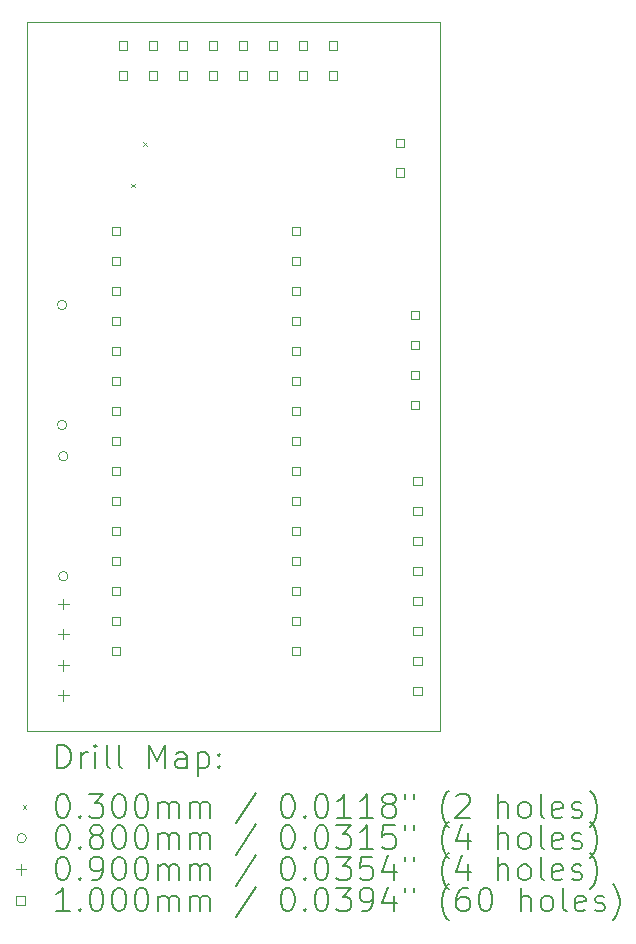
<source format=gbr>
%TF.GenerationSoftware,KiCad,Pcbnew,8.0.8*%
%TF.CreationDate,2025-01-20T03:53:38+01:00*%
%TF.ProjectId,NANO_MPU_SD_2Layers,4e414e4f-5f4d-4505-955f-53445f324c61,rev?*%
%TF.SameCoordinates,Original*%
%TF.FileFunction,Drillmap*%
%TF.FilePolarity,Positive*%
%FSLAX45Y45*%
G04 Gerber Fmt 4.5, Leading zero omitted, Abs format (unit mm)*
G04 Created by KiCad (PCBNEW 8.0.8) date 2025-01-20 03:53:38*
%MOMM*%
%LPD*%
G01*
G04 APERTURE LIST*
%ADD10C,0.050000*%
%ADD11C,0.200000*%
%ADD12C,0.100000*%
G04 APERTURE END LIST*
D10*
X5000000Y-5000000D02*
X8500000Y-5000000D01*
X8500000Y-11000000D01*
X5000000Y-11000000D01*
X5000000Y-5000000D01*
D11*
D12*
X5885000Y-6365000D02*
X5915000Y-6395000D01*
X5915000Y-6365000D02*
X5885000Y-6395000D01*
X5985000Y-6015000D02*
X6015000Y-6045000D01*
X6015000Y-6015000D02*
X5985000Y-6045000D01*
X5340000Y-7392000D02*
G75*
G02*
X5260000Y-7392000I-40000J0D01*
G01*
X5260000Y-7392000D02*
G75*
G02*
X5340000Y-7392000I40000J0D01*
G01*
X5340000Y-8408000D02*
G75*
G02*
X5260000Y-8408000I-40000J0D01*
G01*
X5260000Y-8408000D02*
G75*
G02*
X5340000Y-8408000I40000J0D01*
G01*
X5350000Y-8672000D02*
G75*
G02*
X5270000Y-8672000I-40000J0D01*
G01*
X5270000Y-8672000D02*
G75*
G02*
X5350000Y-8672000I40000J0D01*
G01*
X5350000Y-9688000D02*
G75*
G02*
X5270000Y-9688000I-40000J0D01*
G01*
X5270000Y-9688000D02*
G75*
G02*
X5350000Y-9688000I40000J0D01*
G01*
X5310000Y-9878000D02*
X5310000Y-9968000D01*
X5265000Y-9923000D02*
X5355000Y-9923000D01*
X5310000Y-10132000D02*
X5310000Y-10222000D01*
X5265000Y-10177000D02*
X5355000Y-10177000D01*
X5310000Y-10398000D02*
X5310000Y-10488000D01*
X5265000Y-10443000D02*
X5355000Y-10443000D01*
X5310000Y-10652000D02*
X5310000Y-10742000D01*
X5265000Y-10697000D02*
X5355000Y-10697000D01*
X5791356Y-6801356D02*
X5791356Y-6730644D01*
X5720644Y-6730644D01*
X5720644Y-6801356D01*
X5791356Y-6801356D01*
X5791356Y-7055356D02*
X5791356Y-6984644D01*
X5720644Y-6984644D01*
X5720644Y-7055356D01*
X5791356Y-7055356D01*
X5791356Y-7309356D02*
X5791356Y-7238644D01*
X5720644Y-7238644D01*
X5720644Y-7309356D01*
X5791356Y-7309356D01*
X5791356Y-7563356D02*
X5791356Y-7492644D01*
X5720644Y-7492644D01*
X5720644Y-7563356D01*
X5791356Y-7563356D01*
X5791356Y-7817356D02*
X5791356Y-7746644D01*
X5720644Y-7746644D01*
X5720644Y-7817356D01*
X5791356Y-7817356D01*
X5791356Y-8071356D02*
X5791356Y-8000644D01*
X5720644Y-8000644D01*
X5720644Y-8071356D01*
X5791356Y-8071356D01*
X5791356Y-8325356D02*
X5791356Y-8254644D01*
X5720644Y-8254644D01*
X5720644Y-8325356D01*
X5791356Y-8325356D01*
X5791356Y-8579356D02*
X5791356Y-8508644D01*
X5720644Y-8508644D01*
X5720644Y-8579356D01*
X5791356Y-8579356D01*
X5791356Y-8833356D02*
X5791356Y-8762644D01*
X5720644Y-8762644D01*
X5720644Y-8833356D01*
X5791356Y-8833356D01*
X5791356Y-9087356D02*
X5791356Y-9016644D01*
X5720644Y-9016644D01*
X5720644Y-9087356D01*
X5791356Y-9087356D01*
X5791356Y-9341356D02*
X5791356Y-9270644D01*
X5720644Y-9270644D01*
X5720644Y-9341356D01*
X5791356Y-9341356D01*
X5791356Y-9595356D02*
X5791356Y-9524644D01*
X5720644Y-9524644D01*
X5720644Y-9595356D01*
X5791356Y-9595356D01*
X5791356Y-9849356D02*
X5791356Y-9778644D01*
X5720644Y-9778644D01*
X5720644Y-9849356D01*
X5791356Y-9849356D01*
X5791356Y-10103356D02*
X5791356Y-10032644D01*
X5720644Y-10032644D01*
X5720644Y-10103356D01*
X5791356Y-10103356D01*
X5791356Y-10357356D02*
X5791356Y-10286644D01*
X5720644Y-10286644D01*
X5720644Y-10357356D01*
X5791356Y-10357356D01*
X5853356Y-5231356D02*
X5853356Y-5160644D01*
X5782644Y-5160644D01*
X5782644Y-5231356D01*
X5853356Y-5231356D01*
X5853356Y-5485356D02*
X5853356Y-5414644D01*
X5782644Y-5414644D01*
X5782644Y-5485356D01*
X5853356Y-5485356D01*
X6107356Y-5231356D02*
X6107356Y-5160644D01*
X6036644Y-5160644D01*
X6036644Y-5231356D01*
X6107356Y-5231356D01*
X6107356Y-5485356D02*
X6107356Y-5414644D01*
X6036644Y-5414644D01*
X6036644Y-5485356D01*
X6107356Y-5485356D01*
X6361356Y-5231356D02*
X6361356Y-5160644D01*
X6290644Y-5160644D01*
X6290644Y-5231356D01*
X6361356Y-5231356D01*
X6361356Y-5485356D02*
X6361356Y-5414644D01*
X6290644Y-5414644D01*
X6290644Y-5485356D01*
X6361356Y-5485356D01*
X6615356Y-5231356D02*
X6615356Y-5160644D01*
X6544644Y-5160644D01*
X6544644Y-5231356D01*
X6615356Y-5231356D01*
X6615356Y-5485356D02*
X6615356Y-5414644D01*
X6544644Y-5414644D01*
X6544644Y-5485356D01*
X6615356Y-5485356D01*
X6869356Y-5231356D02*
X6869356Y-5160644D01*
X6798644Y-5160644D01*
X6798644Y-5231356D01*
X6869356Y-5231356D01*
X6869356Y-5485356D02*
X6869356Y-5414644D01*
X6798644Y-5414644D01*
X6798644Y-5485356D01*
X6869356Y-5485356D01*
X7123356Y-5231356D02*
X7123356Y-5160644D01*
X7052644Y-5160644D01*
X7052644Y-5231356D01*
X7123356Y-5231356D01*
X7123356Y-5485356D02*
X7123356Y-5414644D01*
X7052644Y-5414644D01*
X7052644Y-5485356D01*
X7123356Y-5485356D01*
X7315356Y-6801356D02*
X7315356Y-6730644D01*
X7244644Y-6730644D01*
X7244644Y-6801356D01*
X7315356Y-6801356D01*
X7315356Y-7055356D02*
X7315356Y-6984644D01*
X7244644Y-6984644D01*
X7244644Y-7055356D01*
X7315356Y-7055356D01*
X7315356Y-7309356D02*
X7315356Y-7238644D01*
X7244644Y-7238644D01*
X7244644Y-7309356D01*
X7315356Y-7309356D01*
X7315356Y-7563356D02*
X7315356Y-7492644D01*
X7244644Y-7492644D01*
X7244644Y-7563356D01*
X7315356Y-7563356D01*
X7315356Y-7817356D02*
X7315356Y-7746644D01*
X7244644Y-7746644D01*
X7244644Y-7817356D01*
X7315356Y-7817356D01*
X7315356Y-8071356D02*
X7315356Y-8000644D01*
X7244644Y-8000644D01*
X7244644Y-8071356D01*
X7315356Y-8071356D01*
X7315356Y-8325356D02*
X7315356Y-8254644D01*
X7244644Y-8254644D01*
X7244644Y-8325356D01*
X7315356Y-8325356D01*
X7315356Y-8579356D02*
X7315356Y-8508644D01*
X7244644Y-8508644D01*
X7244644Y-8579356D01*
X7315356Y-8579356D01*
X7315356Y-8833356D02*
X7315356Y-8762644D01*
X7244644Y-8762644D01*
X7244644Y-8833356D01*
X7315356Y-8833356D01*
X7315356Y-9087356D02*
X7315356Y-9016644D01*
X7244644Y-9016644D01*
X7244644Y-9087356D01*
X7315356Y-9087356D01*
X7315356Y-9341356D02*
X7315356Y-9270644D01*
X7244644Y-9270644D01*
X7244644Y-9341356D01*
X7315356Y-9341356D01*
X7315356Y-9595356D02*
X7315356Y-9524644D01*
X7244644Y-9524644D01*
X7244644Y-9595356D01*
X7315356Y-9595356D01*
X7315356Y-9849356D02*
X7315356Y-9778644D01*
X7244644Y-9778644D01*
X7244644Y-9849356D01*
X7315356Y-9849356D01*
X7315356Y-10103356D02*
X7315356Y-10032644D01*
X7244644Y-10032644D01*
X7244644Y-10103356D01*
X7315356Y-10103356D01*
X7315356Y-10357356D02*
X7315356Y-10286644D01*
X7244644Y-10286644D01*
X7244644Y-10357356D01*
X7315356Y-10357356D01*
X7377356Y-5231356D02*
X7377356Y-5160644D01*
X7306644Y-5160644D01*
X7306644Y-5231356D01*
X7377356Y-5231356D01*
X7377356Y-5485356D02*
X7377356Y-5414644D01*
X7306644Y-5414644D01*
X7306644Y-5485356D01*
X7377356Y-5485356D01*
X7631356Y-5231356D02*
X7631356Y-5160644D01*
X7560644Y-5160644D01*
X7560644Y-5231356D01*
X7631356Y-5231356D01*
X7631356Y-5485356D02*
X7631356Y-5414644D01*
X7560644Y-5414644D01*
X7560644Y-5485356D01*
X7631356Y-5485356D01*
X8195356Y-6055356D02*
X8195356Y-5984644D01*
X8124644Y-5984644D01*
X8124644Y-6055356D01*
X8195356Y-6055356D01*
X8195356Y-6305356D02*
X8195356Y-6234644D01*
X8124644Y-6234644D01*
X8124644Y-6305356D01*
X8195356Y-6305356D01*
X8322856Y-7513356D02*
X8322856Y-7442644D01*
X8252144Y-7442644D01*
X8252144Y-7513356D01*
X8322856Y-7513356D01*
X8322856Y-7767356D02*
X8322856Y-7696644D01*
X8252144Y-7696644D01*
X8252144Y-7767356D01*
X8322856Y-7767356D01*
X8322856Y-8021356D02*
X8322856Y-7950644D01*
X8252144Y-7950644D01*
X8252144Y-8021356D01*
X8322856Y-8021356D01*
X8322856Y-8275356D02*
X8322856Y-8204644D01*
X8252144Y-8204644D01*
X8252144Y-8275356D01*
X8322856Y-8275356D01*
X8345356Y-8917356D02*
X8345356Y-8846644D01*
X8274644Y-8846644D01*
X8274644Y-8917356D01*
X8345356Y-8917356D01*
X8345356Y-9171356D02*
X8345356Y-9100644D01*
X8274644Y-9100644D01*
X8274644Y-9171356D01*
X8345356Y-9171356D01*
X8345356Y-9425356D02*
X8345356Y-9354644D01*
X8274644Y-9354644D01*
X8274644Y-9425356D01*
X8345356Y-9425356D01*
X8345356Y-9679356D02*
X8345356Y-9608644D01*
X8274644Y-9608644D01*
X8274644Y-9679356D01*
X8345356Y-9679356D01*
X8345356Y-9933356D02*
X8345356Y-9862644D01*
X8274644Y-9862644D01*
X8274644Y-9933356D01*
X8345356Y-9933356D01*
X8345356Y-10187356D02*
X8345356Y-10116644D01*
X8274644Y-10116644D01*
X8274644Y-10187356D01*
X8345356Y-10187356D01*
X8345356Y-10441356D02*
X8345356Y-10370644D01*
X8274644Y-10370644D01*
X8274644Y-10441356D01*
X8345356Y-10441356D01*
X8345356Y-10695356D02*
X8345356Y-10624644D01*
X8274644Y-10624644D01*
X8274644Y-10695356D01*
X8345356Y-10695356D01*
D11*
X5258277Y-11313984D02*
X5258277Y-11113984D01*
X5258277Y-11113984D02*
X5305896Y-11113984D01*
X5305896Y-11113984D02*
X5334467Y-11123508D01*
X5334467Y-11123508D02*
X5353515Y-11142555D01*
X5353515Y-11142555D02*
X5363039Y-11161603D01*
X5363039Y-11161603D02*
X5372563Y-11199698D01*
X5372563Y-11199698D02*
X5372563Y-11228269D01*
X5372563Y-11228269D02*
X5363039Y-11266365D01*
X5363039Y-11266365D02*
X5353515Y-11285412D01*
X5353515Y-11285412D02*
X5334467Y-11304460D01*
X5334467Y-11304460D02*
X5305896Y-11313984D01*
X5305896Y-11313984D02*
X5258277Y-11313984D01*
X5458277Y-11313984D02*
X5458277Y-11180650D01*
X5458277Y-11218746D02*
X5467801Y-11199698D01*
X5467801Y-11199698D02*
X5477324Y-11190174D01*
X5477324Y-11190174D02*
X5496372Y-11180650D01*
X5496372Y-11180650D02*
X5515420Y-11180650D01*
X5582086Y-11313984D02*
X5582086Y-11180650D01*
X5582086Y-11113984D02*
X5572563Y-11123508D01*
X5572563Y-11123508D02*
X5582086Y-11133031D01*
X5582086Y-11133031D02*
X5591610Y-11123508D01*
X5591610Y-11123508D02*
X5582086Y-11113984D01*
X5582086Y-11113984D02*
X5582086Y-11133031D01*
X5705896Y-11313984D02*
X5686848Y-11304460D01*
X5686848Y-11304460D02*
X5677324Y-11285412D01*
X5677324Y-11285412D02*
X5677324Y-11113984D01*
X5810658Y-11313984D02*
X5791610Y-11304460D01*
X5791610Y-11304460D02*
X5782086Y-11285412D01*
X5782086Y-11285412D02*
X5782086Y-11113984D01*
X6039229Y-11313984D02*
X6039229Y-11113984D01*
X6039229Y-11113984D02*
X6105896Y-11256841D01*
X6105896Y-11256841D02*
X6172562Y-11113984D01*
X6172562Y-11113984D02*
X6172562Y-11313984D01*
X6353515Y-11313984D02*
X6353515Y-11209222D01*
X6353515Y-11209222D02*
X6343991Y-11190174D01*
X6343991Y-11190174D02*
X6324943Y-11180650D01*
X6324943Y-11180650D02*
X6286848Y-11180650D01*
X6286848Y-11180650D02*
X6267801Y-11190174D01*
X6353515Y-11304460D02*
X6334467Y-11313984D01*
X6334467Y-11313984D02*
X6286848Y-11313984D01*
X6286848Y-11313984D02*
X6267801Y-11304460D01*
X6267801Y-11304460D02*
X6258277Y-11285412D01*
X6258277Y-11285412D02*
X6258277Y-11266365D01*
X6258277Y-11266365D02*
X6267801Y-11247317D01*
X6267801Y-11247317D02*
X6286848Y-11237793D01*
X6286848Y-11237793D02*
X6334467Y-11237793D01*
X6334467Y-11237793D02*
X6353515Y-11228269D01*
X6448753Y-11180650D02*
X6448753Y-11380650D01*
X6448753Y-11190174D02*
X6467801Y-11180650D01*
X6467801Y-11180650D02*
X6505896Y-11180650D01*
X6505896Y-11180650D02*
X6524943Y-11190174D01*
X6524943Y-11190174D02*
X6534467Y-11199698D01*
X6534467Y-11199698D02*
X6543991Y-11218746D01*
X6543991Y-11218746D02*
X6543991Y-11275888D01*
X6543991Y-11275888D02*
X6534467Y-11294936D01*
X6534467Y-11294936D02*
X6524943Y-11304460D01*
X6524943Y-11304460D02*
X6505896Y-11313984D01*
X6505896Y-11313984D02*
X6467801Y-11313984D01*
X6467801Y-11313984D02*
X6448753Y-11304460D01*
X6629705Y-11294936D02*
X6639229Y-11304460D01*
X6639229Y-11304460D02*
X6629705Y-11313984D01*
X6629705Y-11313984D02*
X6620182Y-11304460D01*
X6620182Y-11304460D02*
X6629705Y-11294936D01*
X6629705Y-11294936D02*
X6629705Y-11313984D01*
X6629705Y-11190174D02*
X6639229Y-11199698D01*
X6639229Y-11199698D02*
X6629705Y-11209222D01*
X6629705Y-11209222D02*
X6620182Y-11199698D01*
X6620182Y-11199698D02*
X6629705Y-11190174D01*
X6629705Y-11190174D02*
X6629705Y-11209222D01*
D12*
X4967500Y-11627500D02*
X4997500Y-11657500D01*
X4997500Y-11627500D02*
X4967500Y-11657500D01*
D11*
X5296372Y-11533984D02*
X5315420Y-11533984D01*
X5315420Y-11533984D02*
X5334467Y-11543508D01*
X5334467Y-11543508D02*
X5343991Y-11553031D01*
X5343991Y-11553031D02*
X5353515Y-11572079D01*
X5353515Y-11572079D02*
X5363039Y-11610174D01*
X5363039Y-11610174D02*
X5363039Y-11657793D01*
X5363039Y-11657793D02*
X5353515Y-11695888D01*
X5353515Y-11695888D02*
X5343991Y-11714936D01*
X5343991Y-11714936D02*
X5334467Y-11724460D01*
X5334467Y-11724460D02*
X5315420Y-11733984D01*
X5315420Y-11733984D02*
X5296372Y-11733984D01*
X5296372Y-11733984D02*
X5277324Y-11724460D01*
X5277324Y-11724460D02*
X5267801Y-11714936D01*
X5267801Y-11714936D02*
X5258277Y-11695888D01*
X5258277Y-11695888D02*
X5248753Y-11657793D01*
X5248753Y-11657793D02*
X5248753Y-11610174D01*
X5248753Y-11610174D02*
X5258277Y-11572079D01*
X5258277Y-11572079D02*
X5267801Y-11553031D01*
X5267801Y-11553031D02*
X5277324Y-11543508D01*
X5277324Y-11543508D02*
X5296372Y-11533984D01*
X5448753Y-11714936D02*
X5458277Y-11724460D01*
X5458277Y-11724460D02*
X5448753Y-11733984D01*
X5448753Y-11733984D02*
X5439229Y-11724460D01*
X5439229Y-11724460D02*
X5448753Y-11714936D01*
X5448753Y-11714936D02*
X5448753Y-11733984D01*
X5524944Y-11533984D02*
X5648753Y-11533984D01*
X5648753Y-11533984D02*
X5582086Y-11610174D01*
X5582086Y-11610174D02*
X5610658Y-11610174D01*
X5610658Y-11610174D02*
X5629705Y-11619698D01*
X5629705Y-11619698D02*
X5639229Y-11629222D01*
X5639229Y-11629222D02*
X5648753Y-11648269D01*
X5648753Y-11648269D02*
X5648753Y-11695888D01*
X5648753Y-11695888D02*
X5639229Y-11714936D01*
X5639229Y-11714936D02*
X5629705Y-11724460D01*
X5629705Y-11724460D02*
X5610658Y-11733984D01*
X5610658Y-11733984D02*
X5553515Y-11733984D01*
X5553515Y-11733984D02*
X5534467Y-11724460D01*
X5534467Y-11724460D02*
X5524944Y-11714936D01*
X5772562Y-11533984D02*
X5791610Y-11533984D01*
X5791610Y-11533984D02*
X5810658Y-11543508D01*
X5810658Y-11543508D02*
X5820182Y-11553031D01*
X5820182Y-11553031D02*
X5829705Y-11572079D01*
X5829705Y-11572079D02*
X5839229Y-11610174D01*
X5839229Y-11610174D02*
X5839229Y-11657793D01*
X5839229Y-11657793D02*
X5829705Y-11695888D01*
X5829705Y-11695888D02*
X5820182Y-11714936D01*
X5820182Y-11714936D02*
X5810658Y-11724460D01*
X5810658Y-11724460D02*
X5791610Y-11733984D01*
X5791610Y-11733984D02*
X5772562Y-11733984D01*
X5772562Y-11733984D02*
X5753515Y-11724460D01*
X5753515Y-11724460D02*
X5743991Y-11714936D01*
X5743991Y-11714936D02*
X5734467Y-11695888D01*
X5734467Y-11695888D02*
X5724943Y-11657793D01*
X5724943Y-11657793D02*
X5724943Y-11610174D01*
X5724943Y-11610174D02*
X5734467Y-11572079D01*
X5734467Y-11572079D02*
X5743991Y-11553031D01*
X5743991Y-11553031D02*
X5753515Y-11543508D01*
X5753515Y-11543508D02*
X5772562Y-11533984D01*
X5963039Y-11533984D02*
X5982086Y-11533984D01*
X5982086Y-11533984D02*
X6001134Y-11543508D01*
X6001134Y-11543508D02*
X6010658Y-11553031D01*
X6010658Y-11553031D02*
X6020182Y-11572079D01*
X6020182Y-11572079D02*
X6029705Y-11610174D01*
X6029705Y-11610174D02*
X6029705Y-11657793D01*
X6029705Y-11657793D02*
X6020182Y-11695888D01*
X6020182Y-11695888D02*
X6010658Y-11714936D01*
X6010658Y-11714936D02*
X6001134Y-11724460D01*
X6001134Y-11724460D02*
X5982086Y-11733984D01*
X5982086Y-11733984D02*
X5963039Y-11733984D01*
X5963039Y-11733984D02*
X5943991Y-11724460D01*
X5943991Y-11724460D02*
X5934467Y-11714936D01*
X5934467Y-11714936D02*
X5924943Y-11695888D01*
X5924943Y-11695888D02*
X5915420Y-11657793D01*
X5915420Y-11657793D02*
X5915420Y-11610174D01*
X5915420Y-11610174D02*
X5924943Y-11572079D01*
X5924943Y-11572079D02*
X5934467Y-11553031D01*
X5934467Y-11553031D02*
X5943991Y-11543508D01*
X5943991Y-11543508D02*
X5963039Y-11533984D01*
X6115420Y-11733984D02*
X6115420Y-11600650D01*
X6115420Y-11619698D02*
X6124943Y-11610174D01*
X6124943Y-11610174D02*
X6143991Y-11600650D01*
X6143991Y-11600650D02*
X6172563Y-11600650D01*
X6172563Y-11600650D02*
X6191610Y-11610174D01*
X6191610Y-11610174D02*
X6201134Y-11629222D01*
X6201134Y-11629222D02*
X6201134Y-11733984D01*
X6201134Y-11629222D02*
X6210658Y-11610174D01*
X6210658Y-11610174D02*
X6229705Y-11600650D01*
X6229705Y-11600650D02*
X6258277Y-11600650D01*
X6258277Y-11600650D02*
X6277324Y-11610174D01*
X6277324Y-11610174D02*
X6286848Y-11629222D01*
X6286848Y-11629222D02*
X6286848Y-11733984D01*
X6382086Y-11733984D02*
X6382086Y-11600650D01*
X6382086Y-11619698D02*
X6391610Y-11610174D01*
X6391610Y-11610174D02*
X6410658Y-11600650D01*
X6410658Y-11600650D02*
X6439229Y-11600650D01*
X6439229Y-11600650D02*
X6458277Y-11610174D01*
X6458277Y-11610174D02*
X6467801Y-11629222D01*
X6467801Y-11629222D02*
X6467801Y-11733984D01*
X6467801Y-11629222D02*
X6477324Y-11610174D01*
X6477324Y-11610174D02*
X6496372Y-11600650D01*
X6496372Y-11600650D02*
X6524943Y-11600650D01*
X6524943Y-11600650D02*
X6543991Y-11610174D01*
X6543991Y-11610174D02*
X6553515Y-11629222D01*
X6553515Y-11629222D02*
X6553515Y-11733984D01*
X6943991Y-11524460D02*
X6772563Y-11781603D01*
X7201134Y-11533984D02*
X7220182Y-11533984D01*
X7220182Y-11533984D02*
X7239229Y-11543508D01*
X7239229Y-11543508D02*
X7248753Y-11553031D01*
X7248753Y-11553031D02*
X7258277Y-11572079D01*
X7258277Y-11572079D02*
X7267801Y-11610174D01*
X7267801Y-11610174D02*
X7267801Y-11657793D01*
X7267801Y-11657793D02*
X7258277Y-11695888D01*
X7258277Y-11695888D02*
X7248753Y-11714936D01*
X7248753Y-11714936D02*
X7239229Y-11724460D01*
X7239229Y-11724460D02*
X7220182Y-11733984D01*
X7220182Y-11733984D02*
X7201134Y-11733984D01*
X7201134Y-11733984D02*
X7182086Y-11724460D01*
X7182086Y-11724460D02*
X7172563Y-11714936D01*
X7172563Y-11714936D02*
X7163039Y-11695888D01*
X7163039Y-11695888D02*
X7153515Y-11657793D01*
X7153515Y-11657793D02*
X7153515Y-11610174D01*
X7153515Y-11610174D02*
X7163039Y-11572079D01*
X7163039Y-11572079D02*
X7172563Y-11553031D01*
X7172563Y-11553031D02*
X7182086Y-11543508D01*
X7182086Y-11543508D02*
X7201134Y-11533984D01*
X7353515Y-11714936D02*
X7363039Y-11724460D01*
X7363039Y-11724460D02*
X7353515Y-11733984D01*
X7353515Y-11733984D02*
X7343991Y-11724460D01*
X7343991Y-11724460D02*
X7353515Y-11714936D01*
X7353515Y-11714936D02*
X7353515Y-11733984D01*
X7486848Y-11533984D02*
X7505896Y-11533984D01*
X7505896Y-11533984D02*
X7524944Y-11543508D01*
X7524944Y-11543508D02*
X7534467Y-11553031D01*
X7534467Y-11553031D02*
X7543991Y-11572079D01*
X7543991Y-11572079D02*
X7553515Y-11610174D01*
X7553515Y-11610174D02*
X7553515Y-11657793D01*
X7553515Y-11657793D02*
X7543991Y-11695888D01*
X7543991Y-11695888D02*
X7534467Y-11714936D01*
X7534467Y-11714936D02*
X7524944Y-11724460D01*
X7524944Y-11724460D02*
X7505896Y-11733984D01*
X7505896Y-11733984D02*
X7486848Y-11733984D01*
X7486848Y-11733984D02*
X7467801Y-11724460D01*
X7467801Y-11724460D02*
X7458277Y-11714936D01*
X7458277Y-11714936D02*
X7448753Y-11695888D01*
X7448753Y-11695888D02*
X7439229Y-11657793D01*
X7439229Y-11657793D02*
X7439229Y-11610174D01*
X7439229Y-11610174D02*
X7448753Y-11572079D01*
X7448753Y-11572079D02*
X7458277Y-11553031D01*
X7458277Y-11553031D02*
X7467801Y-11543508D01*
X7467801Y-11543508D02*
X7486848Y-11533984D01*
X7743991Y-11733984D02*
X7629706Y-11733984D01*
X7686848Y-11733984D02*
X7686848Y-11533984D01*
X7686848Y-11533984D02*
X7667801Y-11562555D01*
X7667801Y-11562555D02*
X7648753Y-11581603D01*
X7648753Y-11581603D02*
X7629706Y-11591127D01*
X7934467Y-11733984D02*
X7820182Y-11733984D01*
X7877325Y-11733984D02*
X7877325Y-11533984D01*
X7877325Y-11533984D02*
X7858277Y-11562555D01*
X7858277Y-11562555D02*
X7839229Y-11581603D01*
X7839229Y-11581603D02*
X7820182Y-11591127D01*
X8048753Y-11619698D02*
X8029706Y-11610174D01*
X8029706Y-11610174D02*
X8020182Y-11600650D01*
X8020182Y-11600650D02*
X8010658Y-11581603D01*
X8010658Y-11581603D02*
X8010658Y-11572079D01*
X8010658Y-11572079D02*
X8020182Y-11553031D01*
X8020182Y-11553031D02*
X8029706Y-11543508D01*
X8029706Y-11543508D02*
X8048753Y-11533984D01*
X8048753Y-11533984D02*
X8086848Y-11533984D01*
X8086848Y-11533984D02*
X8105896Y-11543508D01*
X8105896Y-11543508D02*
X8115420Y-11553031D01*
X8115420Y-11553031D02*
X8124944Y-11572079D01*
X8124944Y-11572079D02*
X8124944Y-11581603D01*
X8124944Y-11581603D02*
X8115420Y-11600650D01*
X8115420Y-11600650D02*
X8105896Y-11610174D01*
X8105896Y-11610174D02*
X8086848Y-11619698D01*
X8086848Y-11619698D02*
X8048753Y-11619698D01*
X8048753Y-11619698D02*
X8029706Y-11629222D01*
X8029706Y-11629222D02*
X8020182Y-11638746D01*
X8020182Y-11638746D02*
X8010658Y-11657793D01*
X8010658Y-11657793D02*
X8010658Y-11695888D01*
X8010658Y-11695888D02*
X8020182Y-11714936D01*
X8020182Y-11714936D02*
X8029706Y-11724460D01*
X8029706Y-11724460D02*
X8048753Y-11733984D01*
X8048753Y-11733984D02*
X8086848Y-11733984D01*
X8086848Y-11733984D02*
X8105896Y-11724460D01*
X8105896Y-11724460D02*
X8115420Y-11714936D01*
X8115420Y-11714936D02*
X8124944Y-11695888D01*
X8124944Y-11695888D02*
X8124944Y-11657793D01*
X8124944Y-11657793D02*
X8115420Y-11638746D01*
X8115420Y-11638746D02*
X8105896Y-11629222D01*
X8105896Y-11629222D02*
X8086848Y-11619698D01*
X8201134Y-11533984D02*
X8201134Y-11572079D01*
X8277325Y-11533984D02*
X8277325Y-11572079D01*
X8572563Y-11810174D02*
X8563039Y-11800650D01*
X8563039Y-11800650D02*
X8543991Y-11772079D01*
X8543991Y-11772079D02*
X8534468Y-11753031D01*
X8534468Y-11753031D02*
X8524944Y-11724460D01*
X8524944Y-11724460D02*
X8515420Y-11676841D01*
X8515420Y-11676841D02*
X8515420Y-11638746D01*
X8515420Y-11638746D02*
X8524944Y-11591127D01*
X8524944Y-11591127D02*
X8534468Y-11562555D01*
X8534468Y-11562555D02*
X8543991Y-11543508D01*
X8543991Y-11543508D02*
X8563039Y-11514936D01*
X8563039Y-11514936D02*
X8572563Y-11505412D01*
X8639230Y-11553031D02*
X8648753Y-11543508D01*
X8648753Y-11543508D02*
X8667801Y-11533984D01*
X8667801Y-11533984D02*
X8715420Y-11533984D01*
X8715420Y-11533984D02*
X8734468Y-11543508D01*
X8734468Y-11543508D02*
X8743991Y-11553031D01*
X8743991Y-11553031D02*
X8753515Y-11572079D01*
X8753515Y-11572079D02*
X8753515Y-11591127D01*
X8753515Y-11591127D02*
X8743991Y-11619698D01*
X8743991Y-11619698D02*
X8629706Y-11733984D01*
X8629706Y-11733984D02*
X8753515Y-11733984D01*
X8991611Y-11733984D02*
X8991611Y-11533984D01*
X9077325Y-11733984D02*
X9077325Y-11629222D01*
X9077325Y-11629222D02*
X9067801Y-11610174D01*
X9067801Y-11610174D02*
X9048753Y-11600650D01*
X9048753Y-11600650D02*
X9020182Y-11600650D01*
X9020182Y-11600650D02*
X9001134Y-11610174D01*
X9001134Y-11610174D02*
X8991611Y-11619698D01*
X9201134Y-11733984D02*
X9182087Y-11724460D01*
X9182087Y-11724460D02*
X9172563Y-11714936D01*
X9172563Y-11714936D02*
X9163039Y-11695888D01*
X9163039Y-11695888D02*
X9163039Y-11638746D01*
X9163039Y-11638746D02*
X9172563Y-11619698D01*
X9172563Y-11619698D02*
X9182087Y-11610174D01*
X9182087Y-11610174D02*
X9201134Y-11600650D01*
X9201134Y-11600650D02*
X9229706Y-11600650D01*
X9229706Y-11600650D02*
X9248753Y-11610174D01*
X9248753Y-11610174D02*
X9258277Y-11619698D01*
X9258277Y-11619698D02*
X9267801Y-11638746D01*
X9267801Y-11638746D02*
X9267801Y-11695888D01*
X9267801Y-11695888D02*
X9258277Y-11714936D01*
X9258277Y-11714936D02*
X9248753Y-11724460D01*
X9248753Y-11724460D02*
X9229706Y-11733984D01*
X9229706Y-11733984D02*
X9201134Y-11733984D01*
X9382087Y-11733984D02*
X9363039Y-11724460D01*
X9363039Y-11724460D02*
X9353515Y-11705412D01*
X9353515Y-11705412D02*
X9353515Y-11533984D01*
X9534468Y-11724460D02*
X9515420Y-11733984D01*
X9515420Y-11733984D02*
X9477325Y-11733984D01*
X9477325Y-11733984D02*
X9458277Y-11724460D01*
X9458277Y-11724460D02*
X9448753Y-11705412D01*
X9448753Y-11705412D02*
X9448753Y-11629222D01*
X9448753Y-11629222D02*
X9458277Y-11610174D01*
X9458277Y-11610174D02*
X9477325Y-11600650D01*
X9477325Y-11600650D02*
X9515420Y-11600650D01*
X9515420Y-11600650D02*
X9534468Y-11610174D01*
X9534468Y-11610174D02*
X9543992Y-11629222D01*
X9543992Y-11629222D02*
X9543992Y-11648269D01*
X9543992Y-11648269D02*
X9448753Y-11667317D01*
X9620182Y-11724460D02*
X9639230Y-11733984D01*
X9639230Y-11733984D02*
X9677325Y-11733984D01*
X9677325Y-11733984D02*
X9696373Y-11724460D01*
X9696373Y-11724460D02*
X9705896Y-11705412D01*
X9705896Y-11705412D02*
X9705896Y-11695888D01*
X9705896Y-11695888D02*
X9696373Y-11676841D01*
X9696373Y-11676841D02*
X9677325Y-11667317D01*
X9677325Y-11667317D02*
X9648753Y-11667317D01*
X9648753Y-11667317D02*
X9629706Y-11657793D01*
X9629706Y-11657793D02*
X9620182Y-11638746D01*
X9620182Y-11638746D02*
X9620182Y-11629222D01*
X9620182Y-11629222D02*
X9629706Y-11610174D01*
X9629706Y-11610174D02*
X9648753Y-11600650D01*
X9648753Y-11600650D02*
X9677325Y-11600650D01*
X9677325Y-11600650D02*
X9696373Y-11610174D01*
X9772563Y-11810174D02*
X9782087Y-11800650D01*
X9782087Y-11800650D02*
X9801134Y-11772079D01*
X9801134Y-11772079D02*
X9810658Y-11753031D01*
X9810658Y-11753031D02*
X9820182Y-11724460D01*
X9820182Y-11724460D02*
X9829706Y-11676841D01*
X9829706Y-11676841D02*
X9829706Y-11638746D01*
X9829706Y-11638746D02*
X9820182Y-11591127D01*
X9820182Y-11591127D02*
X9810658Y-11562555D01*
X9810658Y-11562555D02*
X9801134Y-11543508D01*
X9801134Y-11543508D02*
X9782087Y-11514936D01*
X9782087Y-11514936D02*
X9772563Y-11505412D01*
D12*
X4997500Y-11906500D02*
G75*
G02*
X4917500Y-11906500I-40000J0D01*
G01*
X4917500Y-11906500D02*
G75*
G02*
X4997500Y-11906500I40000J0D01*
G01*
D11*
X5296372Y-11797984D02*
X5315420Y-11797984D01*
X5315420Y-11797984D02*
X5334467Y-11807508D01*
X5334467Y-11807508D02*
X5343991Y-11817031D01*
X5343991Y-11817031D02*
X5353515Y-11836079D01*
X5353515Y-11836079D02*
X5363039Y-11874174D01*
X5363039Y-11874174D02*
X5363039Y-11921793D01*
X5363039Y-11921793D02*
X5353515Y-11959888D01*
X5353515Y-11959888D02*
X5343991Y-11978936D01*
X5343991Y-11978936D02*
X5334467Y-11988460D01*
X5334467Y-11988460D02*
X5315420Y-11997984D01*
X5315420Y-11997984D02*
X5296372Y-11997984D01*
X5296372Y-11997984D02*
X5277324Y-11988460D01*
X5277324Y-11988460D02*
X5267801Y-11978936D01*
X5267801Y-11978936D02*
X5258277Y-11959888D01*
X5258277Y-11959888D02*
X5248753Y-11921793D01*
X5248753Y-11921793D02*
X5248753Y-11874174D01*
X5248753Y-11874174D02*
X5258277Y-11836079D01*
X5258277Y-11836079D02*
X5267801Y-11817031D01*
X5267801Y-11817031D02*
X5277324Y-11807508D01*
X5277324Y-11807508D02*
X5296372Y-11797984D01*
X5448753Y-11978936D02*
X5458277Y-11988460D01*
X5458277Y-11988460D02*
X5448753Y-11997984D01*
X5448753Y-11997984D02*
X5439229Y-11988460D01*
X5439229Y-11988460D02*
X5448753Y-11978936D01*
X5448753Y-11978936D02*
X5448753Y-11997984D01*
X5572563Y-11883698D02*
X5553515Y-11874174D01*
X5553515Y-11874174D02*
X5543991Y-11864650D01*
X5543991Y-11864650D02*
X5534467Y-11845603D01*
X5534467Y-11845603D02*
X5534467Y-11836079D01*
X5534467Y-11836079D02*
X5543991Y-11817031D01*
X5543991Y-11817031D02*
X5553515Y-11807508D01*
X5553515Y-11807508D02*
X5572563Y-11797984D01*
X5572563Y-11797984D02*
X5610658Y-11797984D01*
X5610658Y-11797984D02*
X5629705Y-11807508D01*
X5629705Y-11807508D02*
X5639229Y-11817031D01*
X5639229Y-11817031D02*
X5648753Y-11836079D01*
X5648753Y-11836079D02*
X5648753Y-11845603D01*
X5648753Y-11845603D02*
X5639229Y-11864650D01*
X5639229Y-11864650D02*
X5629705Y-11874174D01*
X5629705Y-11874174D02*
X5610658Y-11883698D01*
X5610658Y-11883698D02*
X5572563Y-11883698D01*
X5572563Y-11883698D02*
X5553515Y-11893222D01*
X5553515Y-11893222D02*
X5543991Y-11902746D01*
X5543991Y-11902746D02*
X5534467Y-11921793D01*
X5534467Y-11921793D02*
X5534467Y-11959888D01*
X5534467Y-11959888D02*
X5543991Y-11978936D01*
X5543991Y-11978936D02*
X5553515Y-11988460D01*
X5553515Y-11988460D02*
X5572563Y-11997984D01*
X5572563Y-11997984D02*
X5610658Y-11997984D01*
X5610658Y-11997984D02*
X5629705Y-11988460D01*
X5629705Y-11988460D02*
X5639229Y-11978936D01*
X5639229Y-11978936D02*
X5648753Y-11959888D01*
X5648753Y-11959888D02*
X5648753Y-11921793D01*
X5648753Y-11921793D02*
X5639229Y-11902746D01*
X5639229Y-11902746D02*
X5629705Y-11893222D01*
X5629705Y-11893222D02*
X5610658Y-11883698D01*
X5772562Y-11797984D02*
X5791610Y-11797984D01*
X5791610Y-11797984D02*
X5810658Y-11807508D01*
X5810658Y-11807508D02*
X5820182Y-11817031D01*
X5820182Y-11817031D02*
X5829705Y-11836079D01*
X5829705Y-11836079D02*
X5839229Y-11874174D01*
X5839229Y-11874174D02*
X5839229Y-11921793D01*
X5839229Y-11921793D02*
X5829705Y-11959888D01*
X5829705Y-11959888D02*
X5820182Y-11978936D01*
X5820182Y-11978936D02*
X5810658Y-11988460D01*
X5810658Y-11988460D02*
X5791610Y-11997984D01*
X5791610Y-11997984D02*
X5772562Y-11997984D01*
X5772562Y-11997984D02*
X5753515Y-11988460D01*
X5753515Y-11988460D02*
X5743991Y-11978936D01*
X5743991Y-11978936D02*
X5734467Y-11959888D01*
X5734467Y-11959888D02*
X5724943Y-11921793D01*
X5724943Y-11921793D02*
X5724943Y-11874174D01*
X5724943Y-11874174D02*
X5734467Y-11836079D01*
X5734467Y-11836079D02*
X5743991Y-11817031D01*
X5743991Y-11817031D02*
X5753515Y-11807508D01*
X5753515Y-11807508D02*
X5772562Y-11797984D01*
X5963039Y-11797984D02*
X5982086Y-11797984D01*
X5982086Y-11797984D02*
X6001134Y-11807508D01*
X6001134Y-11807508D02*
X6010658Y-11817031D01*
X6010658Y-11817031D02*
X6020182Y-11836079D01*
X6020182Y-11836079D02*
X6029705Y-11874174D01*
X6029705Y-11874174D02*
X6029705Y-11921793D01*
X6029705Y-11921793D02*
X6020182Y-11959888D01*
X6020182Y-11959888D02*
X6010658Y-11978936D01*
X6010658Y-11978936D02*
X6001134Y-11988460D01*
X6001134Y-11988460D02*
X5982086Y-11997984D01*
X5982086Y-11997984D02*
X5963039Y-11997984D01*
X5963039Y-11997984D02*
X5943991Y-11988460D01*
X5943991Y-11988460D02*
X5934467Y-11978936D01*
X5934467Y-11978936D02*
X5924943Y-11959888D01*
X5924943Y-11959888D02*
X5915420Y-11921793D01*
X5915420Y-11921793D02*
X5915420Y-11874174D01*
X5915420Y-11874174D02*
X5924943Y-11836079D01*
X5924943Y-11836079D02*
X5934467Y-11817031D01*
X5934467Y-11817031D02*
X5943991Y-11807508D01*
X5943991Y-11807508D02*
X5963039Y-11797984D01*
X6115420Y-11997984D02*
X6115420Y-11864650D01*
X6115420Y-11883698D02*
X6124943Y-11874174D01*
X6124943Y-11874174D02*
X6143991Y-11864650D01*
X6143991Y-11864650D02*
X6172563Y-11864650D01*
X6172563Y-11864650D02*
X6191610Y-11874174D01*
X6191610Y-11874174D02*
X6201134Y-11893222D01*
X6201134Y-11893222D02*
X6201134Y-11997984D01*
X6201134Y-11893222D02*
X6210658Y-11874174D01*
X6210658Y-11874174D02*
X6229705Y-11864650D01*
X6229705Y-11864650D02*
X6258277Y-11864650D01*
X6258277Y-11864650D02*
X6277324Y-11874174D01*
X6277324Y-11874174D02*
X6286848Y-11893222D01*
X6286848Y-11893222D02*
X6286848Y-11997984D01*
X6382086Y-11997984D02*
X6382086Y-11864650D01*
X6382086Y-11883698D02*
X6391610Y-11874174D01*
X6391610Y-11874174D02*
X6410658Y-11864650D01*
X6410658Y-11864650D02*
X6439229Y-11864650D01*
X6439229Y-11864650D02*
X6458277Y-11874174D01*
X6458277Y-11874174D02*
X6467801Y-11893222D01*
X6467801Y-11893222D02*
X6467801Y-11997984D01*
X6467801Y-11893222D02*
X6477324Y-11874174D01*
X6477324Y-11874174D02*
X6496372Y-11864650D01*
X6496372Y-11864650D02*
X6524943Y-11864650D01*
X6524943Y-11864650D02*
X6543991Y-11874174D01*
X6543991Y-11874174D02*
X6553515Y-11893222D01*
X6553515Y-11893222D02*
X6553515Y-11997984D01*
X6943991Y-11788460D02*
X6772563Y-12045603D01*
X7201134Y-11797984D02*
X7220182Y-11797984D01*
X7220182Y-11797984D02*
X7239229Y-11807508D01*
X7239229Y-11807508D02*
X7248753Y-11817031D01*
X7248753Y-11817031D02*
X7258277Y-11836079D01*
X7258277Y-11836079D02*
X7267801Y-11874174D01*
X7267801Y-11874174D02*
X7267801Y-11921793D01*
X7267801Y-11921793D02*
X7258277Y-11959888D01*
X7258277Y-11959888D02*
X7248753Y-11978936D01*
X7248753Y-11978936D02*
X7239229Y-11988460D01*
X7239229Y-11988460D02*
X7220182Y-11997984D01*
X7220182Y-11997984D02*
X7201134Y-11997984D01*
X7201134Y-11997984D02*
X7182086Y-11988460D01*
X7182086Y-11988460D02*
X7172563Y-11978936D01*
X7172563Y-11978936D02*
X7163039Y-11959888D01*
X7163039Y-11959888D02*
X7153515Y-11921793D01*
X7153515Y-11921793D02*
X7153515Y-11874174D01*
X7153515Y-11874174D02*
X7163039Y-11836079D01*
X7163039Y-11836079D02*
X7172563Y-11817031D01*
X7172563Y-11817031D02*
X7182086Y-11807508D01*
X7182086Y-11807508D02*
X7201134Y-11797984D01*
X7353515Y-11978936D02*
X7363039Y-11988460D01*
X7363039Y-11988460D02*
X7353515Y-11997984D01*
X7353515Y-11997984D02*
X7343991Y-11988460D01*
X7343991Y-11988460D02*
X7353515Y-11978936D01*
X7353515Y-11978936D02*
X7353515Y-11997984D01*
X7486848Y-11797984D02*
X7505896Y-11797984D01*
X7505896Y-11797984D02*
X7524944Y-11807508D01*
X7524944Y-11807508D02*
X7534467Y-11817031D01*
X7534467Y-11817031D02*
X7543991Y-11836079D01*
X7543991Y-11836079D02*
X7553515Y-11874174D01*
X7553515Y-11874174D02*
X7553515Y-11921793D01*
X7553515Y-11921793D02*
X7543991Y-11959888D01*
X7543991Y-11959888D02*
X7534467Y-11978936D01*
X7534467Y-11978936D02*
X7524944Y-11988460D01*
X7524944Y-11988460D02*
X7505896Y-11997984D01*
X7505896Y-11997984D02*
X7486848Y-11997984D01*
X7486848Y-11997984D02*
X7467801Y-11988460D01*
X7467801Y-11988460D02*
X7458277Y-11978936D01*
X7458277Y-11978936D02*
X7448753Y-11959888D01*
X7448753Y-11959888D02*
X7439229Y-11921793D01*
X7439229Y-11921793D02*
X7439229Y-11874174D01*
X7439229Y-11874174D02*
X7448753Y-11836079D01*
X7448753Y-11836079D02*
X7458277Y-11817031D01*
X7458277Y-11817031D02*
X7467801Y-11807508D01*
X7467801Y-11807508D02*
X7486848Y-11797984D01*
X7620182Y-11797984D02*
X7743991Y-11797984D01*
X7743991Y-11797984D02*
X7677325Y-11874174D01*
X7677325Y-11874174D02*
X7705896Y-11874174D01*
X7705896Y-11874174D02*
X7724944Y-11883698D01*
X7724944Y-11883698D02*
X7734467Y-11893222D01*
X7734467Y-11893222D02*
X7743991Y-11912269D01*
X7743991Y-11912269D02*
X7743991Y-11959888D01*
X7743991Y-11959888D02*
X7734467Y-11978936D01*
X7734467Y-11978936D02*
X7724944Y-11988460D01*
X7724944Y-11988460D02*
X7705896Y-11997984D01*
X7705896Y-11997984D02*
X7648753Y-11997984D01*
X7648753Y-11997984D02*
X7629706Y-11988460D01*
X7629706Y-11988460D02*
X7620182Y-11978936D01*
X7934467Y-11997984D02*
X7820182Y-11997984D01*
X7877325Y-11997984D02*
X7877325Y-11797984D01*
X7877325Y-11797984D02*
X7858277Y-11826555D01*
X7858277Y-11826555D02*
X7839229Y-11845603D01*
X7839229Y-11845603D02*
X7820182Y-11855127D01*
X8115420Y-11797984D02*
X8020182Y-11797984D01*
X8020182Y-11797984D02*
X8010658Y-11893222D01*
X8010658Y-11893222D02*
X8020182Y-11883698D01*
X8020182Y-11883698D02*
X8039229Y-11874174D01*
X8039229Y-11874174D02*
X8086848Y-11874174D01*
X8086848Y-11874174D02*
X8105896Y-11883698D01*
X8105896Y-11883698D02*
X8115420Y-11893222D01*
X8115420Y-11893222D02*
X8124944Y-11912269D01*
X8124944Y-11912269D02*
X8124944Y-11959888D01*
X8124944Y-11959888D02*
X8115420Y-11978936D01*
X8115420Y-11978936D02*
X8105896Y-11988460D01*
X8105896Y-11988460D02*
X8086848Y-11997984D01*
X8086848Y-11997984D02*
X8039229Y-11997984D01*
X8039229Y-11997984D02*
X8020182Y-11988460D01*
X8020182Y-11988460D02*
X8010658Y-11978936D01*
X8201134Y-11797984D02*
X8201134Y-11836079D01*
X8277325Y-11797984D02*
X8277325Y-11836079D01*
X8572563Y-12074174D02*
X8563039Y-12064650D01*
X8563039Y-12064650D02*
X8543991Y-12036079D01*
X8543991Y-12036079D02*
X8534468Y-12017031D01*
X8534468Y-12017031D02*
X8524944Y-11988460D01*
X8524944Y-11988460D02*
X8515420Y-11940841D01*
X8515420Y-11940841D02*
X8515420Y-11902746D01*
X8515420Y-11902746D02*
X8524944Y-11855127D01*
X8524944Y-11855127D02*
X8534468Y-11826555D01*
X8534468Y-11826555D02*
X8543991Y-11807508D01*
X8543991Y-11807508D02*
X8563039Y-11778936D01*
X8563039Y-11778936D02*
X8572563Y-11769412D01*
X8734468Y-11864650D02*
X8734468Y-11997984D01*
X8686849Y-11788460D02*
X8639230Y-11931317D01*
X8639230Y-11931317D02*
X8763039Y-11931317D01*
X8991611Y-11997984D02*
X8991611Y-11797984D01*
X9077325Y-11997984D02*
X9077325Y-11893222D01*
X9077325Y-11893222D02*
X9067801Y-11874174D01*
X9067801Y-11874174D02*
X9048753Y-11864650D01*
X9048753Y-11864650D02*
X9020182Y-11864650D01*
X9020182Y-11864650D02*
X9001134Y-11874174D01*
X9001134Y-11874174D02*
X8991611Y-11883698D01*
X9201134Y-11997984D02*
X9182087Y-11988460D01*
X9182087Y-11988460D02*
X9172563Y-11978936D01*
X9172563Y-11978936D02*
X9163039Y-11959888D01*
X9163039Y-11959888D02*
X9163039Y-11902746D01*
X9163039Y-11902746D02*
X9172563Y-11883698D01*
X9172563Y-11883698D02*
X9182087Y-11874174D01*
X9182087Y-11874174D02*
X9201134Y-11864650D01*
X9201134Y-11864650D02*
X9229706Y-11864650D01*
X9229706Y-11864650D02*
X9248753Y-11874174D01*
X9248753Y-11874174D02*
X9258277Y-11883698D01*
X9258277Y-11883698D02*
X9267801Y-11902746D01*
X9267801Y-11902746D02*
X9267801Y-11959888D01*
X9267801Y-11959888D02*
X9258277Y-11978936D01*
X9258277Y-11978936D02*
X9248753Y-11988460D01*
X9248753Y-11988460D02*
X9229706Y-11997984D01*
X9229706Y-11997984D02*
X9201134Y-11997984D01*
X9382087Y-11997984D02*
X9363039Y-11988460D01*
X9363039Y-11988460D02*
X9353515Y-11969412D01*
X9353515Y-11969412D02*
X9353515Y-11797984D01*
X9534468Y-11988460D02*
X9515420Y-11997984D01*
X9515420Y-11997984D02*
X9477325Y-11997984D01*
X9477325Y-11997984D02*
X9458277Y-11988460D01*
X9458277Y-11988460D02*
X9448753Y-11969412D01*
X9448753Y-11969412D02*
X9448753Y-11893222D01*
X9448753Y-11893222D02*
X9458277Y-11874174D01*
X9458277Y-11874174D02*
X9477325Y-11864650D01*
X9477325Y-11864650D02*
X9515420Y-11864650D01*
X9515420Y-11864650D02*
X9534468Y-11874174D01*
X9534468Y-11874174D02*
X9543992Y-11893222D01*
X9543992Y-11893222D02*
X9543992Y-11912269D01*
X9543992Y-11912269D02*
X9448753Y-11931317D01*
X9620182Y-11988460D02*
X9639230Y-11997984D01*
X9639230Y-11997984D02*
X9677325Y-11997984D01*
X9677325Y-11997984D02*
X9696373Y-11988460D01*
X9696373Y-11988460D02*
X9705896Y-11969412D01*
X9705896Y-11969412D02*
X9705896Y-11959888D01*
X9705896Y-11959888D02*
X9696373Y-11940841D01*
X9696373Y-11940841D02*
X9677325Y-11931317D01*
X9677325Y-11931317D02*
X9648753Y-11931317D01*
X9648753Y-11931317D02*
X9629706Y-11921793D01*
X9629706Y-11921793D02*
X9620182Y-11902746D01*
X9620182Y-11902746D02*
X9620182Y-11893222D01*
X9620182Y-11893222D02*
X9629706Y-11874174D01*
X9629706Y-11874174D02*
X9648753Y-11864650D01*
X9648753Y-11864650D02*
X9677325Y-11864650D01*
X9677325Y-11864650D02*
X9696373Y-11874174D01*
X9772563Y-12074174D02*
X9782087Y-12064650D01*
X9782087Y-12064650D02*
X9801134Y-12036079D01*
X9801134Y-12036079D02*
X9810658Y-12017031D01*
X9810658Y-12017031D02*
X9820182Y-11988460D01*
X9820182Y-11988460D02*
X9829706Y-11940841D01*
X9829706Y-11940841D02*
X9829706Y-11902746D01*
X9829706Y-11902746D02*
X9820182Y-11855127D01*
X9820182Y-11855127D02*
X9810658Y-11826555D01*
X9810658Y-11826555D02*
X9801134Y-11807508D01*
X9801134Y-11807508D02*
X9782087Y-11778936D01*
X9782087Y-11778936D02*
X9772563Y-11769412D01*
D12*
X4952500Y-12125500D02*
X4952500Y-12215500D01*
X4907500Y-12170500D02*
X4997500Y-12170500D01*
D11*
X5296372Y-12061984D02*
X5315420Y-12061984D01*
X5315420Y-12061984D02*
X5334467Y-12071508D01*
X5334467Y-12071508D02*
X5343991Y-12081031D01*
X5343991Y-12081031D02*
X5353515Y-12100079D01*
X5353515Y-12100079D02*
X5363039Y-12138174D01*
X5363039Y-12138174D02*
X5363039Y-12185793D01*
X5363039Y-12185793D02*
X5353515Y-12223888D01*
X5353515Y-12223888D02*
X5343991Y-12242936D01*
X5343991Y-12242936D02*
X5334467Y-12252460D01*
X5334467Y-12252460D02*
X5315420Y-12261984D01*
X5315420Y-12261984D02*
X5296372Y-12261984D01*
X5296372Y-12261984D02*
X5277324Y-12252460D01*
X5277324Y-12252460D02*
X5267801Y-12242936D01*
X5267801Y-12242936D02*
X5258277Y-12223888D01*
X5258277Y-12223888D02*
X5248753Y-12185793D01*
X5248753Y-12185793D02*
X5248753Y-12138174D01*
X5248753Y-12138174D02*
X5258277Y-12100079D01*
X5258277Y-12100079D02*
X5267801Y-12081031D01*
X5267801Y-12081031D02*
X5277324Y-12071508D01*
X5277324Y-12071508D02*
X5296372Y-12061984D01*
X5448753Y-12242936D02*
X5458277Y-12252460D01*
X5458277Y-12252460D02*
X5448753Y-12261984D01*
X5448753Y-12261984D02*
X5439229Y-12252460D01*
X5439229Y-12252460D02*
X5448753Y-12242936D01*
X5448753Y-12242936D02*
X5448753Y-12261984D01*
X5553515Y-12261984D02*
X5591610Y-12261984D01*
X5591610Y-12261984D02*
X5610658Y-12252460D01*
X5610658Y-12252460D02*
X5620182Y-12242936D01*
X5620182Y-12242936D02*
X5639229Y-12214365D01*
X5639229Y-12214365D02*
X5648753Y-12176269D01*
X5648753Y-12176269D02*
X5648753Y-12100079D01*
X5648753Y-12100079D02*
X5639229Y-12081031D01*
X5639229Y-12081031D02*
X5629705Y-12071508D01*
X5629705Y-12071508D02*
X5610658Y-12061984D01*
X5610658Y-12061984D02*
X5572563Y-12061984D01*
X5572563Y-12061984D02*
X5553515Y-12071508D01*
X5553515Y-12071508D02*
X5543991Y-12081031D01*
X5543991Y-12081031D02*
X5534467Y-12100079D01*
X5534467Y-12100079D02*
X5534467Y-12147698D01*
X5534467Y-12147698D02*
X5543991Y-12166746D01*
X5543991Y-12166746D02*
X5553515Y-12176269D01*
X5553515Y-12176269D02*
X5572563Y-12185793D01*
X5572563Y-12185793D02*
X5610658Y-12185793D01*
X5610658Y-12185793D02*
X5629705Y-12176269D01*
X5629705Y-12176269D02*
X5639229Y-12166746D01*
X5639229Y-12166746D02*
X5648753Y-12147698D01*
X5772562Y-12061984D02*
X5791610Y-12061984D01*
X5791610Y-12061984D02*
X5810658Y-12071508D01*
X5810658Y-12071508D02*
X5820182Y-12081031D01*
X5820182Y-12081031D02*
X5829705Y-12100079D01*
X5829705Y-12100079D02*
X5839229Y-12138174D01*
X5839229Y-12138174D02*
X5839229Y-12185793D01*
X5839229Y-12185793D02*
X5829705Y-12223888D01*
X5829705Y-12223888D02*
X5820182Y-12242936D01*
X5820182Y-12242936D02*
X5810658Y-12252460D01*
X5810658Y-12252460D02*
X5791610Y-12261984D01*
X5791610Y-12261984D02*
X5772562Y-12261984D01*
X5772562Y-12261984D02*
X5753515Y-12252460D01*
X5753515Y-12252460D02*
X5743991Y-12242936D01*
X5743991Y-12242936D02*
X5734467Y-12223888D01*
X5734467Y-12223888D02*
X5724943Y-12185793D01*
X5724943Y-12185793D02*
X5724943Y-12138174D01*
X5724943Y-12138174D02*
X5734467Y-12100079D01*
X5734467Y-12100079D02*
X5743991Y-12081031D01*
X5743991Y-12081031D02*
X5753515Y-12071508D01*
X5753515Y-12071508D02*
X5772562Y-12061984D01*
X5963039Y-12061984D02*
X5982086Y-12061984D01*
X5982086Y-12061984D02*
X6001134Y-12071508D01*
X6001134Y-12071508D02*
X6010658Y-12081031D01*
X6010658Y-12081031D02*
X6020182Y-12100079D01*
X6020182Y-12100079D02*
X6029705Y-12138174D01*
X6029705Y-12138174D02*
X6029705Y-12185793D01*
X6029705Y-12185793D02*
X6020182Y-12223888D01*
X6020182Y-12223888D02*
X6010658Y-12242936D01*
X6010658Y-12242936D02*
X6001134Y-12252460D01*
X6001134Y-12252460D02*
X5982086Y-12261984D01*
X5982086Y-12261984D02*
X5963039Y-12261984D01*
X5963039Y-12261984D02*
X5943991Y-12252460D01*
X5943991Y-12252460D02*
X5934467Y-12242936D01*
X5934467Y-12242936D02*
X5924943Y-12223888D01*
X5924943Y-12223888D02*
X5915420Y-12185793D01*
X5915420Y-12185793D02*
X5915420Y-12138174D01*
X5915420Y-12138174D02*
X5924943Y-12100079D01*
X5924943Y-12100079D02*
X5934467Y-12081031D01*
X5934467Y-12081031D02*
X5943991Y-12071508D01*
X5943991Y-12071508D02*
X5963039Y-12061984D01*
X6115420Y-12261984D02*
X6115420Y-12128650D01*
X6115420Y-12147698D02*
X6124943Y-12138174D01*
X6124943Y-12138174D02*
X6143991Y-12128650D01*
X6143991Y-12128650D02*
X6172563Y-12128650D01*
X6172563Y-12128650D02*
X6191610Y-12138174D01*
X6191610Y-12138174D02*
X6201134Y-12157222D01*
X6201134Y-12157222D02*
X6201134Y-12261984D01*
X6201134Y-12157222D02*
X6210658Y-12138174D01*
X6210658Y-12138174D02*
X6229705Y-12128650D01*
X6229705Y-12128650D02*
X6258277Y-12128650D01*
X6258277Y-12128650D02*
X6277324Y-12138174D01*
X6277324Y-12138174D02*
X6286848Y-12157222D01*
X6286848Y-12157222D02*
X6286848Y-12261984D01*
X6382086Y-12261984D02*
X6382086Y-12128650D01*
X6382086Y-12147698D02*
X6391610Y-12138174D01*
X6391610Y-12138174D02*
X6410658Y-12128650D01*
X6410658Y-12128650D02*
X6439229Y-12128650D01*
X6439229Y-12128650D02*
X6458277Y-12138174D01*
X6458277Y-12138174D02*
X6467801Y-12157222D01*
X6467801Y-12157222D02*
X6467801Y-12261984D01*
X6467801Y-12157222D02*
X6477324Y-12138174D01*
X6477324Y-12138174D02*
X6496372Y-12128650D01*
X6496372Y-12128650D02*
X6524943Y-12128650D01*
X6524943Y-12128650D02*
X6543991Y-12138174D01*
X6543991Y-12138174D02*
X6553515Y-12157222D01*
X6553515Y-12157222D02*
X6553515Y-12261984D01*
X6943991Y-12052460D02*
X6772563Y-12309603D01*
X7201134Y-12061984D02*
X7220182Y-12061984D01*
X7220182Y-12061984D02*
X7239229Y-12071508D01*
X7239229Y-12071508D02*
X7248753Y-12081031D01*
X7248753Y-12081031D02*
X7258277Y-12100079D01*
X7258277Y-12100079D02*
X7267801Y-12138174D01*
X7267801Y-12138174D02*
X7267801Y-12185793D01*
X7267801Y-12185793D02*
X7258277Y-12223888D01*
X7258277Y-12223888D02*
X7248753Y-12242936D01*
X7248753Y-12242936D02*
X7239229Y-12252460D01*
X7239229Y-12252460D02*
X7220182Y-12261984D01*
X7220182Y-12261984D02*
X7201134Y-12261984D01*
X7201134Y-12261984D02*
X7182086Y-12252460D01*
X7182086Y-12252460D02*
X7172563Y-12242936D01*
X7172563Y-12242936D02*
X7163039Y-12223888D01*
X7163039Y-12223888D02*
X7153515Y-12185793D01*
X7153515Y-12185793D02*
X7153515Y-12138174D01*
X7153515Y-12138174D02*
X7163039Y-12100079D01*
X7163039Y-12100079D02*
X7172563Y-12081031D01*
X7172563Y-12081031D02*
X7182086Y-12071508D01*
X7182086Y-12071508D02*
X7201134Y-12061984D01*
X7353515Y-12242936D02*
X7363039Y-12252460D01*
X7363039Y-12252460D02*
X7353515Y-12261984D01*
X7353515Y-12261984D02*
X7343991Y-12252460D01*
X7343991Y-12252460D02*
X7353515Y-12242936D01*
X7353515Y-12242936D02*
X7353515Y-12261984D01*
X7486848Y-12061984D02*
X7505896Y-12061984D01*
X7505896Y-12061984D02*
X7524944Y-12071508D01*
X7524944Y-12071508D02*
X7534467Y-12081031D01*
X7534467Y-12081031D02*
X7543991Y-12100079D01*
X7543991Y-12100079D02*
X7553515Y-12138174D01*
X7553515Y-12138174D02*
X7553515Y-12185793D01*
X7553515Y-12185793D02*
X7543991Y-12223888D01*
X7543991Y-12223888D02*
X7534467Y-12242936D01*
X7534467Y-12242936D02*
X7524944Y-12252460D01*
X7524944Y-12252460D02*
X7505896Y-12261984D01*
X7505896Y-12261984D02*
X7486848Y-12261984D01*
X7486848Y-12261984D02*
X7467801Y-12252460D01*
X7467801Y-12252460D02*
X7458277Y-12242936D01*
X7458277Y-12242936D02*
X7448753Y-12223888D01*
X7448753Y-12223888D02*
X7439229Y-12185793D01*
X7439229Y-12185793D02*
X7439229Y-12138174D01*
X7439229Y-12138174D02*
X7448753Y-12100079D01*
X7448753Y-12100079D02*
X7458277Y-12081031D01*
X7458277Y-12081031D02*
X7467801Y-12071508D01*
X7467801Y-12071508D02*
X7486848Y-12061984D01*
X7620182Y-12061984D02*
X7743991Y-12061984D01*
X7743991Y-12061984D02*
X7677325Y-12138174D01*
X7677325Y-12138174D02*
X7705896Y-12138174D01*
X7705896Y-12138174D02*
X7724944Y-12147698D01*
X7724944Y-12147698D02*
X7734467Y-12157222D01*
X7734467Y-12157222D02*
X7743991Y-12176269D01*
X7743991Y-12176269D02*
X7743991Y-12223888D01*
X7743991Y-12223888D02*
X7734467Y-12242936D01*
X7734467Y-12242936D02*
X7724944Y-12252460D01*
X7724944Y-12252460D02*
X7705896Y-12261984D01*
X7705896Y-12261984D02*
X7648753Y-12261984D01*
X7648753Y-12261984D02*
X7629706Y-12252460D01*
X7629706Y-12252460D02*
X7620182Y-12242936D01*
X7924944Y-12061984D02*
X7829706Y-12061984D01*
X7829706Y-12061984D02*
X7820182Y-12157222D01*
X7820182Y-12157222D02*
X7829706Y-12147698D01*
X7829706Y-12147698D02*
X7848753Y-12138174D01*
X7848753Y-12138174D02*
X7896372Y-12138174D01*
X7896372Y-12138174D02*
X7915420Y-12147698D01*
X7915420Y-12147698D02*
X7924944Y-12157222D01*
X7924944Y-12157222D02*
X7934467Y-12176269D01*
X7934467Y-12176269D02*
X7934467Y-12223888D01*
X7934467Y-12223888D02*
X7924944Y-12242936D01*
X7924944Y-12242936D02*
X7915420Y-12252460D01*
X7915420Y-12252460D02*
X7896372Y-12261984D01*
X7896372Y-12261984D02*
X7848753Y-12261984D01*
X7848753Y-12261984D02*
X7829706Y-12252460D01*
X7829706Y-12252460D02*
X7820182Y-12242936D01*
X8105896Y-12128650D02*
X8105896Y-12261984D01*
X8058277Y-12052460D02*
X8010658Y-12195317D01*
X8010658Y-12195317D02*
X8134467Y-12195317D01*
X8201134Y-12061984D02*
X8201134Y-12100079D01*
X8277325Y-12061984D02*
X8277325Y-12100079D01*
X8572563Y-12338174D02*
X8563039Y-12328650D01*
X8563039Y-12328650D02*
X8543991Y-12300079D01*
X8543991Y-12300079D02*
X8534468Y-12281031D01*
X8534468Y-12281031D02*
X8524944Y-12252460D01*
X8524944Y-12252460D02*
X8515420Y-12204841D01*
X8515420Y-12204841D02*
X8515420Y-12166746D01*
X8515420Y-12166746D02*
X8524944Y-12119127D01*
X8524944Y-12119127D02*
X8534468Y-12090555D01*
X8534468Y-12090555D02*
X8543991Y-12071508D01*
X8543991Y-12071508D02*
X8563039Y-12042936D01*
X8563039Y-12042936D02*
X8572563Y-12033412D01*
X8734468Y-12128650D02*
X8734468Y-12261984D01*
X8686849Y-12052460D02*
X8639230Y-12195317D01*
X8639230Y-12195317D02*
X8763039Y-12195317D01*
X8991611Y-12261984D02*
X8991611Y-12061984D01*
X9077325Y-12261984D02*
X9077325Y-12157222D01*
X9077325Y-12157222D02*
X9067801Y-12138174D01*
X9067801Y-12138174D02*
X9048753Y-12128650D01*
X9048753Y-12128650D02*
X9020182Y-12128650D01*
X9020182Y-12128650D02*
X9001134Y-12138174D01*
X9001134Y-12138174D02*
X8991611Y-12147698D01*
X9201134Y-12261984D02*
X9182087Y-12252460D01*
X9182087Y-12252460D02*
X9172563Y-12242936D01*
X9172563Y-12242936D02*
X9163039Y-12223888D01*
X9163039Y-12223888D02*
X9163039Y-12166746D01*
X9163039Y-12166746D02*
X9172563Y-12147698D01*
X9172563Y-12147698D02*
X9182087Y-12138174D01*
X9182087Y-12138174D02*
X9201134Y-12128650D01*
X9201134Y-12128650D02*
X9229706Y-12128650D01*
X9229706Y-12128650D02*
X9248753Y-12138174D01*
X9248753Y-12138174D02*
X9258277Y-12147698D01*
X9258277Y-12147698D02*
X9267801Y-12166746D01*
X9267801Y-12166746D02*
X9267801Y-12223888D01*
X9267801Y-12223888D02*
X9258277Y-12242936D01*
X9258277Y-12242936D02*
X9248753Y-12252460D01*
X9248753Y-12252460D02*
X9229706Y-12261984D01*
X9229706Y-12261984D02*
X9201134Y-12261984D01*
X9382087Y-12261984D02*
X9363039Y-12252460D01*
X9363039Y-12252460D02*
X9353515Y-12233412D01*
X9353515Y-12233412D02*
X9353515Y-12061984D01*
X9534468Y-12252460D02*
X9515420Y-12261984D01*
X9515420Y-12261984D02*
X9477325Y-12261984D01*
X9477325Y-12261984D02*
X9458277Y-12252460D01*
X9458277Y-12252460D02*
X9448753Y-12233412D01*
X9448753Y-12233412D02*
X9448753Y-12157222D01*
X9448753Y-12157222D02*
X9458277Y-12138174D01*
X9458277Y-12138174D02*
X9477325Y-12128650D01*
X9477325Y-12128650D02*
X9515420Y-12128650D01*
X9515420Y-12128650D02*
X9534468Y-12138174D01*
X9534468Y-12138174D02*
X9543992Y-12157222D01*
X9543992Y-12157222D02*
X9543992Y-12176269D01*
X9543992Y-12176269D02*
X9448753Y-12195317D01*
X9620182Y-12252460D02*
X9639230Y-12261984D01*
X9639230Y-12261984D02*
X9677325Y-12261984D01*
X9677325Y-12261984D02*
X9696373Y-12252460D01*
X9696373Y-12252460D02*
X9705896Y-12233412D01*
X9705896Y-12233412D02*
X9705896Y-12223888D01*
X9705896Y-12223888D02*
X9696373Y-12204841D01*
X9696373Y-12204841D02*
X9677325Y-12195317D01*
X9677325Y-12195317D02*
X9648753Y-12195317D01*
X9648753Y-12195317D02*
X9629706Y-12185793D01*
X9629706Y-12185793D02*
X9620182Y-12166746D01*
X9620182Y-12166746D02*
X9620182Y-12157222D01*
X9620182Y-12157222D02*
X9629706Y-12138174D01*
X9629706Y-12138174D02*
X9648753Y-12128650D01*
X9648753Y-12128650D02*
X9677325Y-12128650D01*
X9677325Y-12128650D02*
X9696373Y-12138174D01*
X9772563Y-12338174D02*
X9782087Y-12328650D01*
X9782087Y-12328650D02*
X9801134Y-12300079D01*
X9801134Y-12300079D02*
X9810658Y-12281031D01*
X9810658Y-12281031D02*
X9820182Y-12252460D01*
X9820182Y-12252460D02*
X9829706Y-12204841D01*
X9829706Y-12204841D02*
X9829706Y-12166746D01*
X9829706Y-12166746D02*
X9820182Y-12119127D01*
X9820182Y-12119127D02*
X9810658Y-12090555D01*
X9810658Y-12090555D02*
X9801134Y-12071508D01*
X9801134Y-12071508D02*
X9782087Y-12042936D01*
X9782087Y-12042936D02*
X9772563Y-12033412D01*
D12*
X4982856Y-12469856D02*
X4982856Y-12399144D01*
X4912144Y-12399144D01*
X4912144Y-12469856D01*
X4982856Y-12469856D01*
D11*
X5363039Y-12525984D02*
X5248753Y-12525984D01*
X5305896Y-12525984D02*
X5305896Y-12325984D01*
X5305896Y-12325984D02*
X5286848Y-12354555D01*
X5286848Y-12354555D02*
X5267801Y-12373603D01*
X5267801Y-12373603D02*
X5248753Y-12383127D01*
X5448753Y-12506936D02*
X5458277Y-12516460D01*
X5458277Y-12516460D02*
X5448753Y-12525984D01*
X5448753Y-12525984D02*
X5439229Y-12516460D01*
X5439229Y-12516460D02*
X5448753Y-12506936D01*
X5448753Y-12506936D02*
X5448753Y-12525984D01*
X5582086Y-12325984D02*
X5601134Y-12325984D01*
X5601134Y-12325984D02*
X5620182Y-12335508D01*
X5620182Y-12335508D02*
X5629705Y-12345031D01*
X5629705Y-12345031D02*
X5639229Y-12364079D01*
X5639229Y-12364079D02*
X5648753Y-12402174D01*
X5648753Y-12402174D02*
X5648753Y-12449793D01*
X5648753Y-12449793D02*
X5639229Y-12487888D01*
X5639229Y-12487888D02*
X5629705Y-12506936D01*
X5629705Y-12506936D02*
X5620182Y-12516460D01*
X5620182Y-12516460D02*
X5601134Y-12525984D01*
X5601134Y-12525984D02*
X5582086Y-12525984D01*
X5582086Y-12525984D02*
X5563039Y-12516460D01*
X5563039Y-12516460D02*
X5553515Y-12506936D01*
X5553515Y-12506936D02*
X5543991Y-12487888D01*
X5543991Y-12487888D02*
X5534467Y-12449793D01*
X5534467Y-12449793D02*
X5534467Y-12402174D01*
X5534467Y-12402174D02*
X5543991Y-12364079D01*
X5543991Y-12364079D02*
X5553515Y-12345031D01*
X5553515Y-12345031D02*
X5563039Y-12335508D01*
X5563039Y-12335508D02*
X5582086Y-12325984D01*
X5772562Y-12325984D02*
X5791610Y-12325984D01*
X5791610Y-12325984D02*
X5810658Y-12335508D01*
X5810658Y-12335508D02*
X5820182Y-12345031D01*
X5820182Y-12345031D02*
X5829705Y-12364079D01*
X5829705Y-12364079D02*
X5839229Y-12402174D01*
X5839229Y-12402174D02*
X5839229Y-12449793D01*
X5839229Y-12449793D02*
X5829705Y-12487888D01*
X5829705Y-12487888D02*
X5820182Y-12506936D01*
X5820182Y-12506936D02*
X5810658Y-12516460D01*
X5810658Y-12516460D02*
X5791610Y-12525984D01*
X5791610Y-12525984D02*
X5772562Y-12525984D01*
X5772562Y-12525984D02*
X5753515Y-12516460D01*
X5753515Y-12516460D02*
X5743991Y-12506936D01*
X5743991Y-12506936D02*
X5734467Y-12487888D01*
X5734467Y-12487888D02*
X5724943Y-12449793D01*
X5724943Y-12449793D02*
X5724943Y-12402174D01*
X5724943Y-12402174D02*
X5734467Y-12364079D01*
X5734467Y-12364079D02*
X5743991Y-12345031D01*
X5743991Y-12345031D02*
X5753515Y-12335508D01*
X5753515Y-12335508D02*
X5772562Y-12325984D01*
X5963039Y-12325984D02*
X5982086Y-12325984D01*
X5982086Y-12325984D02*
X6001134Y-12335508D01*
X6001134Y-12335508D02*
X6010658Y-12345031D01*
X6010658Y-12345031D02*
X6020182Y-12364079D01*
X6020182Y-12364079D02*
X6029705Y-12402174D01*
X6029705Y-12402174D02*
X6029705Y-12449793D01*
X6029705Y-12449793D02*
X6020182Y-12487888D01*
X6020182Y-12487888D02*
X6010658Y-12506936D01*
X6010658Y-12506936D02*
X6001134Y-12516460D01*
X6001134Y-12516460D02*
X5982086Y-12525984D01*
X5982086Y-12525984D02*
X5963039Y-12525984D01*
X5963039Y-12525984D02*
X5943991Y-12516460D01*
X5943991Y-12516460D02*
X5934467Y-12506936D01*
X5934467Y-12506936D02*
X5924943Y-12487888D01*
X5924943Y-12487888D02*
X5915420Y-12449793D01*
X5915420Y-12449793D02*
X5915420Y-12402174D01*
X5915420Y-12402174D02*
X5924943Y-12364079D01*
X5924943Y-12364079D02*
X5934467Y-12345031D01*
X5934467Y-12345031D02*
X5943991Y-12335508D01*
X5943991Y-12335508D02*
X5963039Y-12325984D01*
X6115420Y-12525984D02*
X6115420Y-12392650D01*
X6115420Y-12411698D02*
X6124943Y-12402174D01*
X6124943Y-12402174D02*
X6143991Y-12392650D01*
X6143991Y-12392650D02*
X6172563Y-12392650D01*
X6172563Y-12392650D02*
X6191610Y-12402174D01*
X6191610Y-12402174D02*
X6201134Y-12421222D01*
X6201134Y-12421222D02*
X6201134Y-12525984D01*
X6201134Y-12421222D02*
X6210658Y-12402174D01*
X6210658Y-12402174D02*
X6229705Y-12392650D01*
X6229705Y-12392650D02*
X6258277Y-12392650D01*
X6258277Y-12392650D02*
X6277324Y-12402174D01*
X6277324Y-12402174D02*
X6286848Y-12421222D01*
X6286848Y-12421222D02*
X6286848Y-12525984D01*
X6382086Y-12525984D02*
X6382086Y-12392650D01*
X6382086Y-12411698D02*
X6391610Y-12402174D01*
X6391610Y-12402174D02*
X6410658Y-12392650D01*
X6410658Y-12392650D02*
X6439229Y-12392650D01*
X6439229Y-12392650D02*
X6458277Y-12402174D01*
X6458277Y-12402174D02*
X6467801Y-12421222D01*
X6467801Y-12421222D02*
X6467801Y-12525984D01*
X6467801Y-12421222D02*
X6477324Y-12402174D01*
X6477324Y-12402174D02*
X6496372Y-12392650D01*
X6496372Y-12392650D02*
X6524943Y-12392650D01*
X6524943Y-12392650D02*
X6543991Y-12402174D01*
X6543991Y-12402174D02*
X6553515Y-12421222D01*
X6553515Y-12421222D02*
X6553515Y-12525984D01*
X6943991Y-12316460D02*
X6772563Y-12573603D01*
X7201134Y-12325984D02*
X7220182Y-12325984D01*
X7220182Y-12325984D02*
X7239229Y-12335508D01*
X7239229Y-12335508D02*
X7248753Y-12345031D01*
X7248753Y-12345031D02*
X7258277Y-12364079D01*
X7258277Y-12364079D02*
X7267801Y-12402174D01*
X7267801Y-12402174D02*
X7267801Y-12449793D01*
X7267801Y-12449793D02*
X7258277Y-12487888D01*
X7258277Y-12487888D02*
X7248753Y-12506936D01*
X7248753Y-12506936D02*
X7239229Y-12516460D01*
X7239229Y-12516460D02*
X7220182Y-12525984D01*
X7220182Y-12525984D02*
X7201134Y-12525984D01*
X7201134Y-12525984D02*
X7182086Y-12516460D01*
X7182086Y-12516460D02*
X7172563Y-12506936D01*
X7172563Y-12506936D02*
X7163039Y-12487888D01*
X7163039Y-12487888D02*
X7153515Y-12449793D01*
X7153515Y-12449793D02*
X7153515Y-12402174D01*
X7153515Y-12402174D02*
X7163039Y-12364079D01*
X7163039Y-12364079D02*
X7172563Y-12345031D01*
X7172563Y-12345031D02*
X7182086Y-12335508D01*
X7182086Y-12335508D02*
X7201134Y-12325984D01*
X7353515Y-12506936D02*
X7363039Y-12516460D01*
X7363039Y-12516460D02*
X7353515Y-12525984D01*
X7353515Y-12525984D02*
X7343991Y-12516460D01*
X7343991Y-12516460D02*
X7353515Y-12506936D01*
X7353515Y-12506936D02*
X7353515Y-12525984D01*
X7486848Y-12325984D02*
X7505896Y-12325984D01*
X7505896Y-12325984D02*
X7524944Y-12335508D01*
X7524944Y-12335508D02*
X7534467Y-12345031D01*
X7534467Y-12345031D02*
X7543991Y-12364079D01*
X7543991Y-12364079D02*
X7553515Y-12402174D01*
X7553515Y-12402174D02*
X7553515Y-12449793D01*
X7553515Y-12449793D02*
X7543991Y-12487888D01*
X7543991Y-12487888D02*
X7534467Y-12506936D01*
X7534467Y-12506936D02*
X7524944Y-12516460D01*
X7524944Y-12516460D02*
X7505896Y-12525984D01*
X7505896Y-12525984D02*
X7486848Y-12525984D01*
X7486848Y-12525984D02*
X7467801Y-12516460D01*
X7467801Y-12516460D02*
X7458277Y-12506936D01*
X7458277Y-12506936D02*
X7448753Y-12487888D01*
X7448753Y-12487888D02*
X7439229Y-12449793D01*
X7439229Y-12449793D02*
X7439229Y-12402174D01*
X7439229Y-12402174D02*
X7448753Y-12364079D01*
X7448753Y-12364079D02*
X7458277Y-12345031D01*
X7458277Y-12345031D02*
X7467801Y-12335508D01*
X7467801Y-12335508D02*
X7486848Y-12325984D01*
X7620182Y-12325984D02*
X7743991Y-12325984D01*
X7743991Y-12325984D02*
X7677325Y-12402174D01*
X7677325Y-12402174D02*
X7705896Y-12402174D01*
X7705896Y-12402174D02*
X7724944Y-12411698D01*
X7724944Y-12411698D02*
X7734467Y-12421222D01*
X7734467Y-12421222D02*
X7743991Y-12440269D01*
X7743991Y-12440269D02*
X7743991Y-12487888D01*
X7743991Y-12487888D02*
X7734467Y-12506936D01*
X7734467Y-12506936D02*
X7724944Y-12516460D01*
X7724944Y-12516460D02*
X7705896Y-12525984D01*
X7705896Y-12525984D02*
X7648753Y-12525984D01*
X7648753Y-12525984D02*
X7629706Y-12516460D01*
X7629706Y-12516460D02*
X7620182Y-12506936D01*
X7839229Y-12525984D02*
X7877325Y-12525984D01*
X7877325Y-12525984D02*
X7896372Y-12516460D01*
X7896372Y-12516460D02*
X7905896Y-12506936D01*
X7905896Y-12506936D02*
X7924944Y-12478365D01*
X7924944Y-12478365D02*
X7934467Y-12440269D01*
X7934467Y-12440269D02*
X7934467Y-12364079D01*
X7934467Y-12364079D02*
X7924944Y-12345031D01*
X7924944Y-12345031D02*
X7915420Y-12335508D01*
X7915420Y-12335508D02*
X7896372Y-12325984D01*
X7896372Y-12325984D02*
X7858277Y-12325984D01*
X7858277Y-12325984D02*
X7839229Y-12335508D01*
X7839229Y-12335508D02*
X7829706Y-12345031D01*
X7829706Y-12345031D02*
X7820182Y-12364079D01*
X7820182Y-12364079D02*
X7820182Y-12411698D01*
X7820182Y-12411698D02*
X7829706Y-12430746D01*
X7829706Y-12430746D02*
X7839229Y-12440269D01*
X7839229Y-12440269D02*
X7858277Y-12449793D01*
X7858277Y-12449793D02*
X7896372Y-12449793D01*
X7896372Y-12449793D02*
X7915420Y-12440269D01*
X7915420Y-12440269D02*
X7924944Y-12430746D01*
X7924944Y-12430746D02*
X7934467Y-12411698D01*
X8105896Y-12392650D02*
X8105896Y-12525984D01*
X8058277Y-12316460D02*
X8010658Y-12459317D01*
X8010658Y-12459317D02*
X8134467Y-12459317D01*
X8201134Y-12325984D02*
X8201134Y-12364079D01*
X8277325Y-12325984D02*
X8277325Y-12364079D01*
X8572563Y-12602174D02*
X8563039Y-12592650D01*
X8563039Y-12592650D02*
X8543991Y-12564079D01*
X8543991Y-12564079D02*
X8534468Y-12545031D01*
X8534468Y-12545031D02*
X8524944Y-12516460D01*
X8524944Y-12516460D02*
X8515420Y-12468841D01*
X8515420Y-12468841D02*
X8515420Y-12430746D01*
X8515420Y-12430746D02*
X8524944Y-12383127D01*
X8524944Y-12383127D02*
X8534468Y-12354555D01*
X8534468Y-12354555D02*
X8543991Y-12335508D01*
X8543991Y-12335508D02*
X8563039Y-12306936D01*
X8563039Y-12306936D02*
X8572563Y-12297412D01*
X8734468Y-12325984D02*
X8696372Y-12325984D01*
X8696372Y-12325984D02*
X8677325Y-12335508D01*
X8677325Y-12335508D02*
X8667801Y-12345031D01*
X8667801Y-12345031D02*
X8648753Y-12373603D01*
X8648753Y-12373603D02*
X8639230Y-12411698D01*
X8639230Y-12411698D02*
X8639230Y-12487888D01*
X8639230Y-12487888D02*
X8648753Y-12506936D01*
X8648753Y-12506936D02*
X8658277Y-12516460D01*
X8658277Y-12516460D02*
X8677325Y-12525984D01*
X8677325Y-12525984D02*
X8715420Y-12525984D01*
X8715420Y-12525984D02*
X8734468Y-12516460D01*
X8734468Y-12516460D02*
X8743991Y-12506936D01*
X8743991Y-12506936D02*
X8753515Y-12487888D01*
X8753515Y-12487888D02*
X8753515Y-12440269D01*
X8753515Y-12440269D02*
X8743991Y-12421222D01*
X8743991Y-12421222D02*
X8734468Y-12411698D01*
X8734468Y-12411698D02*
X8715420Y-12402174D01*
X8715420Y-12402174D02*
X8677325Y-12402174D01*
X8677325Y-12402174D02*
X8658277Y-12411698D01*
X8658277Y-12411698D02*
X8648753Y-12421222D01*
X8648753Y-12421222D02*
X8639230Y-12440269D01*
X8877325Y-12325984D02*
X8896372Y-12325984D01*
X8896372Y-12325984D02*
X8915420Y-12335508D01*
X8915420Y-12335508D02*
X8924944Y-12345031D01*
X8924944Y-12345031D02*
X8934468Y-12364079D01*
X8934468Y-12364079D02*
X8943991Y-12402174D01*
X8943991Y-12402174D02*
X8943991Y-12449793D01*
X8943991Y-12449793D02*
X8934468Y-12487888D01*
X8934468Y-12487888D02*
X8924944Y-12506936D01*
X8924944Y-12506936D02*
X8915420Y-12516460D01*
X8915420Y-12516460D02*
X8896372Y-12525984D01*
X8896372Y-12525984D02*
X8877325Y-12525984D01*
X8877325Y-12525984D02*
X8858277Y-12516460D01*
X8858277Y-12516460D02*
X8848753Y-12506936D01*
X8848753Y-12506936D02*
X8839230Y-12487888D01*
X8839230Y-12487888D02*
X8829706Y-12449793D01*
X8829706Y-12449793D02*
X8829706Y-12402174D01*
X8829706Y-12402174D02*
X8839230Y-12364079D01*
X8839230Y-12364079D02*
X8848753Y-12345031D01*
X8848753Y-12345031D02*
X8858277Y-12335508D01*
X8858277Y-12335508D02*
X8877325Y-12325984D01*
X9182087Y-12525984D02*
X9182087Y-12325984D01*
X9267801Y-12525984D02*
X9267801Y-12421222D01*
X9267801Y-12421222D02*
X9258277Y-12402174D01*
X9258277Y-12402174D02*
X9239230Y-12392650D01*
X9239230Y-12392650D02*
X9210658Y-12392650D01*
X9210658Y-12392650D02*
X9191611Y-12402174D01*
X9191611Y-12402174D02*
X9182087Y-12411698D01*
X9391611Y-12525984D02*
X9372563Y-12516460D01*
X9372563Y-12516460D02*
X9363039Y-12506936D01*
X9363039Y-12506936D02*
X9353515Y-12487888D01*
X9353515Y-12487888D02*
X9353515Y-12430746D01*
X9353515Y-12430746D02*
X9363039Y-12411698D01*
X9363039Y-12411698D02*
X9372563Y-12402174D01*
X9372563Y-12402174D02*
X9391611Y-12392650D01*
X9391611Y-12392650D02*
X9420182Y-12392650D01*
X9420182Y-12392650D02*
X9439230Y-12402174D01*
X9439230Y-12402174D02*
X9448753Y-12411698D01*
X9448753Y-12411698D02*
X9458277Y-12430746D01*
X9458277Y-12430746D02*
X9458277Y-12487888D01*
X9458277Y-12487888D02*
X9448753Y-12506936D01*
X9448753Y-12506936D02*
X9439230Y-12516460D01*
X9439230Y-12516460D02*
X9420182Y-12525984D01*
X9420182Y-12525984D02*
X9391611Y-12525984D01*
X9572563Y-12525984D02*
X9553515Y-12516460D01*
X9553515Y-12516460D02*
X9543992Y-12497412D01*
X9543992Y-12497412D02*
X9543992Y-12325984D01*
X9724944Y-12516460D02*
X9705896Y-12525984D01*
X9705896Y-12525984D02*
X9667801Y-12525984D01*
X9667801Y-12525984D02*
X9648753Y-12516460D01*
X9648753Y-12516460D02*
X9639230Y-12497412D01*
X9639230Y-12497412D02*
X9639230Y-12421222D01*
X9639230Y-12421222D02*
X9648753Y-12402174D01*
X9648753Y-12402174D02*
X9667801Y-12392650D01*
X9667801Y-12392650D02*
X9705896Y-12392650D01*
X9705896Y-12392650D02*
X9724944Y-12402174D01*
X9724944Y-12402174D02*
X9734468Y-12421222D01*
X9734468Y-12421222D02*
X9734468Y-12440269D01*
X9734468Y-12440269D02*
X9639230Y-12459317D01*
X9810658Y-12516460D02*
X9829706Y-12525984D01*
X9829706Y-12525984D02*
X9867801Y-12525984D01*
X9867801Y-12525984D02*
X9886849Y-12516460D01*
X9886849Y-12516460D02*
X9896373Y-12497412D01*
X9896373Y-12497412D02*
X9896373Y-12487888D01*
X9896373Y-12487888D02*
X9886849Y-12468841D01*
X9886849Y-12468841D02*
X9867801Y-12459317D01*
X9867801Y-12459317D02*
X9839230Y-12459317D01*
X9839230Y-12459317D02*
X9820182Y-12449793D01*
X9820182Y-12449793D02*
X9810658Y-12430746D01*
X9810658Y-12430746D02*
X9810658Y-12421222D01*
X9810658Y-12421222D02*
X9820182Y-12402174D01*
X9820182Y-12402174D02*
X9839230Y-12392650D01*
X9839230Y-12392650D02*
X9867801Y-12392650D01*
X9867801Y-12392650D02*
X9886849Y-12402174D01*
X9963039Y-12602174D02*
X9972563Y-12592650D01*
X9972563Y-12592650D02*
X9991611Y-12564079D01*
X9991611Y-12564079D02*
X10001134Y-12545031D01*
X10001134Y-12545031D02*
X10010658Y-12516460D01*
X10010658Y-12516460D02*
X10020182Y-12468841D01*
X10020182Y-12468841D02*
X10020182Y-12430746D01*
X10020182Y-12430746D02*
X10010658Y-12383127D01*
X10010658Y-12383127D02*
X10001134Y-12354555D01*
X10001134Y-12354555D02*
X9991611Y-12335508D01*
X9991611Y-12335508D02*
X9972563Y-12306936D01*
X9972563Y-12306936D02*
X9963039Y-12297412D01*
M02*

</source>
